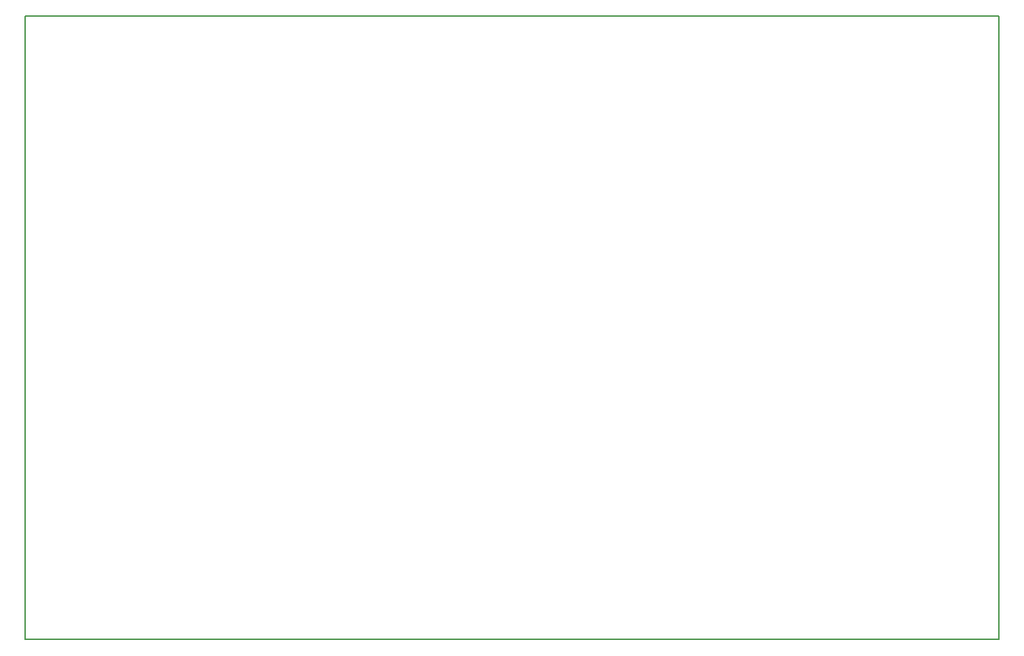
<source format=gbr>
G04 PROTEUS GERBER X2 FILE*
%TF.GenerationSoftware,Labcenter,Proteus,8.9-SP0-Build27865*%
%TF.CreationDate,2021-05-25T18:16:11+00:00*%
%TF.FileFunction,NonPlated,1,2,NPTH*%
%TF.FilePolarity,Positive*%
%TF.Part,Single*%
%TF.SameCoordinates,{8c929804-3c0d-4c6f-a7b4-99d41835b1df}*%
%FSLAX45Y45*%
%MOMM*%
G01*
%TA.AperFunction,Profile*%
%ADD18C,0.203200*%
%TD.AperFunction*%
D18*
X-11240344Y-370596D02*
X+579656Y-370596D01*
X+579656Y+7199404D01*
X-11240344Y+7199404D01*
X-11240344Y-370596D01*
M02*

</source>
